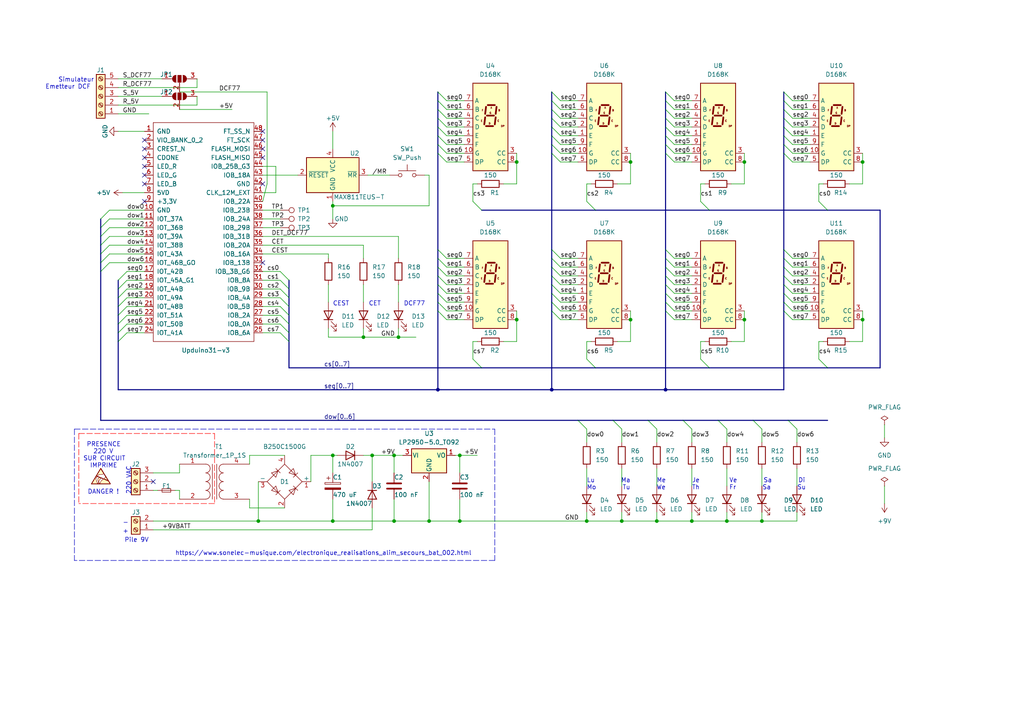
<source format=kicad_sch>
(kicad_sch (version 20211123) (generator eeschema)
  (paper "A4")
  (title_block (title "Ouah ! (Oh ! Une Autre Horloge)") (date "2023-06-26") (rev "1") (company "Jacques Ehrlich") (comment 1 "En cas de choc électrique, le concepteur dégage toute responsabilité") (comment 2 "ATTENTION DANGER PRESENCE DE 220 V SUR LA CARTE.") (comment 3 "Le signal DCF77 provient d'une antenne et d'un démodulateur externes") (comment 4 "Décodeur et afficheur signaux DCF77 sur FPGA Lattice") (comment 5 "Carte expérimentale impropre à la commercialisation"))
  (junction (at 96.52 151.13))
  (junction (at 127 113.03))
  (junction (at 149.86 46.99))
  (junction (at 124.46 151.13))
  (junction (at 210.82 151.13))
  (junction (at 114.3 132.08))
  (junction (at 250.19 92.71))
  (junction (at 170.18 151.13))
  (junction (at 220.98 151.13))
  (junction (at 105.41 97.79))
  (junction (at 160.02 113.03))
  (junction (at 149.86 92.71))
  (junction (at 133.35 151.13))
  (junction (at 182.88 46.99))
  (junction (at 190.5 151.13))
  (junction (at 96.52 132.08))
  (junction (at 133.35 132.08))
  (junction (at 74.93 151.13))
  (junction (at 115.57 97.79))
  (junction (at 215.9 92.71))
  (junction (at 200.66 151.13))
  (junction (at 114.3 151.13))
  (junction (at 180.34 151.13))
  (junction (at 193.04 113.03))
  (junction (at 96.52 59.69))
  (junction (at 250.19 46.99))
  (junction (at 182.88 92.71))
  (junction (at 107.95 132.08))
  (junction (at 215.9 46.99))
  (no_connect (at 41.91 40.64))
  (no_connect (at 41.91 43.18))
  (no_connect (at 41.91 45.72))
  (no_connect (at 41.91 48.26))
  (no_connect (at 41.91 50.8))
  (no_connect (at 41.91 53.34))
  (no_connect (at 44.45 139.7))
  (no_connect (at 76.2 38.1))
  (no_connect (at 76.2 40.64))
  (no_connect (at 76.2 43.18))
  (no_connect (at 76.2 45.72))
  (no_connect (at 41.91 58.42))
  (no_connect (at 76.2 76.2))
  (no_connect (at 76.2 53.34))
  (bus_entry (at 81.28 78.74) (size 2.54 2.54))
  (bus_entry (at 29.21 68.58) (size 2.54 -2.54))
  (bus_entry (at 203.2 58.42) (size 2.54 2.54))
  (bus_entry (at 227.33 31.75) (size 2.54 2.54))
  (bus_entry (at 227.33 85.09) (size 2.54 2.54))
  (bus_entry (at 160.02 74.93) (size 2.54 2.54))
  (bus_entry (at 227.33 36.83) (size 2.54 2.54))
  (bus_entry (at 137.16 104.14) (size 2.54 2.54))
  (bus_entry (at 193.04 74.93) (size 2.54 2.54))
  (bus_entry (at 160.02 82.55) (size 2.54 2.54))
  (bus_entry (at 193.04 34.29) (size 2.54 2.54))
  (bus_entry (at 227.33 77.47) (size 2.54 2.54))
  (bus_entry (at 193.04 90.17) (size 2.54 2.54))
  (bus_entry (at 227.33 39.37) (size 2.54 2.54))
  (bus_entry (at 193.04 80.01) (size 2.54 2.54))
  (bus_entry (at 34.29 81.28) (size 2.54 -2.54))
  (bus_entry (at 81.28 96.52) (size 2.54 2.54))
  (bus_entry (at 193.04 26.67) (size 2.54 2.54))
  (bus_entry (at 160.02 26.67) (size 2.54 2.54))
  (bus_entry (at 227.33 44.45) (size 2.54 2.54))
  (bus_entry (at 34.29 86.36) (size 2.54 -2.54))
  (bus_entry (at 193.04 39.37) (size 2.54 2.54))
  (bus_entry (at 193.04 31.75) (size 2.54 2.54))
  (bus_entry (at 193.04 41.91) (size 2.54 2.54))
  (bus_entry (at 160.02 80.01) (size 2.54 2.54))
  (bus_entry (at 34.29 96.52) (size 2.54 -2.54))
  (bus_entry (at 81.28 93.98) (size 2.54 2.54))
  (bus_entry (at 160.02 29.21) (size 2.54 2.54))
  (bus_entry (at 137.16 58.42) (size 2.54 2.54))
  (bus_entry (at 81.28 81.28) (size 2.54 2.54))
  (bus_entry (at 227.33 29.21) (size 2.54 2.54))
  (bus_entry (at 237.49 104.14) (size 2.54 2.54))
  (bus_entry (at 227.33 34.29) (size 2.54 2.54))
  (bus_entry (at 81.28 86.36) (size 2.54 2.54))
  (bus_entry (at 193.04 82.55) (size 2.54 2.54))
  (bus_entry (at 170.18 58.42) (size 2.54 2.54))
  (bus_entry (at 227.33 82.55) (size 2.54 2.54))
  (bus_entry (at 170.18 104.14) (size 2.54 2.54))
  (bus_entry (at 160.02 34.29) (size 2.54 2.54))
  (bus_entry (at 34.29 99.06) (size 2.54 -2.54))
  (bus_entry (at 227.33 74.93) (size 2.54 2.54))
  (bus_entry (at 34.29 91.44) (size 2.54 -2.54))
  (bus_entry (at 81.28 88.9) (size 2.54 2.54))
  (bus_entry (at 193.04 72.39) (size 2.54 2.54))
  (bus_entry (at 227.33 87.63) (size 2.54 2.54))
  (bus_entry (at 29.21 76.2) (size 2.54 -2.54))
  (bus_entry (at 203.2 104.14) (size 2.54 2.54))
  (bus_entry (at 193.04 77.47) (size 2.54 2.54))
  (bus_entry (at 160.02 85.09) (size 2.54 2.54))
  (bus_entry (at 34.29 93.98) (size 2.54 -2.54))
  (bus_entry (at 160.02 90.17) (size 2.54 2.54))
  (bus_entry (at 193.04 44.45) (size 2.54 2.54))
  (bus_entry (at 160.02 31.75) (size 2.54 2.54))
  (bus_entry (at 198.12 121.92) (size 2.54 2.54))
  (bus_entry (at 208.28 121.92) (size 2.54 2.54))
  (bus_entry (at 187.96 121.92) (size 2.54 2.54))
  (bus_entry (at 177.8 121.92) (size 2.54 2.54))
  (bus_entry (at 167.64 121.92) (size 2.54 2.54))
  (bus_entry (at 218.44 121.92) (size 2.54 2.54))
  (bus_entry (at 228.6 121.92) (size 2.54 2.54))
  (bus_entry (at 160.02 39.37) (size 2.54 2.54))
  (bus_entry (at 29.21 78.74) (size 2.54 -2.54))
  (bus_entry (at 193.04 87.63) (size 2.54 2.54))
  (bus_entry (at 160.02 36.83) (size 2.54 2.54))
  (bus_entry (at 227.33 26.67) (size 2.54 2.54))
  (bus_entry (at 34.29 88.9) (size 2.54 -2.54))
  (bus_entry (at 227.33 80.01) (size 2.54 2.54))
  (bus_entry (at 227.33 41.91) (size 2.54 2.54))
  (bus_entry (at 193.04 29.21) (size 2.54 2.54))
  (bus_entry (at 29.21 66.04) (size 2.54 -2.54))
  (bus_entry (at 227.33 90.17) (size 2.54 2.54))
  (bus_entry (at 160.02 41.91) (size 2.54 2.54))
  (bus_entry (at 160.02 44.45) (size 2.54 2.54))
  (bus_entry (at 160.02 72.39) (size 2.54 2.54))
  (bus_entry (at 160.02 87.63) (size 2.54 2.54))
  (bus_entry (at 193.04 36.83) (size 2.54 2.54))
  (bus_entry (at 29.21 71.12) (size 2.54 -2.54))
  (bus_entry (at 127 29.21) (size 2.54 2.54))
  (bus_entry (at 127 26.67) (size 2.54 2.54))
  (bus_entry (at 127 34.29) (size 2.54 2.54))
  (bus_entry (at 127 36.83) (size 2.54 2.54))
  (bus_entry (at 127 31.75) (size 2.54 2.54))
  (bus_entry (at 127 39.37) (size 2.54 2.54))
  (bus_entry (at 127 41.91) (size 2.54 2.54))
  (bus_entry (at 127 44.45) (size 2.54 2.54))
  (bus_entry (at 227.33 72.39) (size 2.54 2.54))
  (bus_entry (at 29.21 63.5) (size 2.54 -2.54))
  (bus_entry (at 237.49 58.42) (size 2.54 2.54))
  (bus_entry (at 127 72.39) (size 2.54 2.54))
  (bus_entry (at 127 74.93) (size 2.54 2.54))
  (bus_entry (at 127 77.47) (size 2.54 2.54))
  (bus_entry (at 127 80.01) (size 2.54 2.54))
  (bus_entry (at 127 90.17) (size 2.54 2.54))
  (bus_entry (at 127 87.63) (size 2.54 2.54))
  (bus_entry (at 127 85.09) (size 2.54 2.54))
  (bus_entry (at 127 82.55) (size 2.54 2.54))
  (bus_entry (at 81.28 91.44) (size 2.54 2.54))
  (bus_entry (at 34.29 83.82) (size 2.54 -2.54))
  (bus_entry (at 160.02 77.47) (size 2.54 2.54))
  (bus_entry (at 81.28 83.82) (size 2.54 2.54))
  (bus_entry (at 193.04 85.09) (size 2.54 2.54))
  (bus_entry (at 29.21 73.66) (size 2.54 -2.54))
  (wire (pts (xy 162.56 46.99) (xy 167.64 46.99)))
  (wire (pts (xy 95.25 73.66) (xy 95.25 74.93)))
  (wire (pts (xy 129.54 92.71) (xy 134.62 92.71)))
  (bus (pts (xy 198.12 121.92) (xy 208.28 121.92)))
  (bus (pts (xy 127 36.83) (xy 127 39.37)))
  (bus (pts (xy 227.33 74.93) (xy 227.33 77.47)))
  (bus (pts (xy 127 44.45) (xy 127 72.39)))
  (wire (pts (xy 137.16 53.34) (xy 137.16 58.42)))
  (bus (pts (xy 83.82 83.82) (xy 83.82 86.36)))
  (wire (pts (xy 76.2 48.26) (xy 80.01 48.26)))
  (wire (pts (xy 36.83 86.36) (xy 41.91 86.36)))
  (wire (pts (xy 129.54 36.83) (xy 134.62 36.83)))
  (bus (pts (xy 227.33 31.75) (xy 227.33 34.29)))
  (bus (pts (xy 160.02 90.17) (xy 160.02 113.03)))
  (bus (pts (xy 83.82 81.28) (xy 83.82 83.82)))
  (wire (pts (xy 115.57 68.58) (xy 115.57 74.93)))
  (wire (pts (xy 76.2 63.5) (xy 81.28 63.5)))
  (wire (pts (xy 182.88 44.45) (xy 182.88 46.99)))
  (wire (pts (xy 76.2 78.74) (xy 81.28 78.74)))
  (wire (pts (xy 74.93 139.7) (xy 74.93 151.13)))
  (wire (pts (xy 195.58 44.45) (xy 200.66 44.45)))
  (wire (pts (xy 105.41 71.12) (xy 105.41 74.93)))
  (wire (pts (xy 170.18 151.13) (xy 180.34 151.13)))
  (bus (pts (xy 83.82 93.98) (xy 83.82 96.52)))
  (wire (pts (xy 162.56 80.01) (xy 167.64 80.01)))
  (wire (pts (xy 162.56 36.83) (xy 167.64 36.83)))
  (bus (pts (xy 34.29 91.44) (xy 34.29 93.98)))
  (wire (pts (xy 129.54 74.93) (xy 134.62 74.93)))
  (wire (pts (xy 107.95 132.08) (xy 114.3 132.08)))
  (wire (pts (xy 229.87 87.63) (xy 234.95 87.63)))
  (polyline (pts (xy 22.86 125.73) (xy 22.86 146.05)) (stroke (width 0) (color 255 0 0 1)))
  (wire (pts (xy 31.75 66.04) (xy 41.91 66.04)))
  (wire (pts (xy 237.49 53.34) (xy 237.49 58.42)))
  (bus (pts (xy 160.02 77.47) (xy 160.02 80.01)))
  (wire (pts (xy 203.2 53.34) (xy 204.47 53.34)))
  (bus (pts (xy 127 77.47) (xy 127 80.01)))
  (wire (pts (xy 170.18 99.06) (xy 171.45 99.06)))
  (wire (pts (xy 76.2 86.36) (xy 81.28 86.36)))
  (bus (pts (xy 83.82 86.36) (xy 83.82 88.9)))
  (bus (pts (xy 193.04 44.45) (xy 193.04 72.39)))
  (wire (pts (xy 129.54 90.17) (xy 134.62 90.17)))
  (bus (pts (xy 29.21 66.04) (xy 29.21 68.58)))
  (wire (pts (xy 250.19 90.17) (xy 250.19 92.71)))
  (wire (pts (xy 229.87 85.09) (xy 234.95 85.09)))
  (wire (pts (xy 31.75 73.66) (xy 41.91 73.66)))
  (wire (pts (xy 105.41 97.79) (xy 115.57 97.79)))
  (wire (pts (xy 34.29 27.94) (xy 46.99 27.94)))
  (wire (pts (xy 220.98 151.13) (xy 231.14 151.13)))
  (wire (pts (xy 231.14 124.46) (xy 231.14 128.27)))
  (bus (pts (xy 83.82 96.52) (xy 83.82 99.06)))
  (bus (pts (xy 127 87.63) (xy 127 90.17)))
  (wire (pts (xy 31.75 68.58) (xy 41.91 68.58)))
  (wire (pts (xy 256.54 140.97) (xy 256.54 146.05)))
  (wire (pts (xy 115.57 82.55) (xy 115.57 87.63)))
  (wire (pts (xy 52.07 31.75) (xy 67.31 31.75)))
  (bus (pts (xy 160.02 72.39) (xy 160.02 74.93)))
  (wire (pts (xy 77.47 26.67) (xy 77.47 53.34)))
  (wire (pts (xy 162.56 77.47) (xy 167.64 77.47)))
  (wire (pts (xy 129.54 39.37) (xy 134.62 39.37)))
  (wire (pts (xy 44.45 142.24) (xy 45.72 142.24)))
  (wire (pts (xy 129.54 80.01) (xy 134.62 80.01)))
  (wire (pts (xy 149.86 53.34) (xy 149.86 46.99)))
  (wire (pts (xy 36.83 78.74) (xy 41.91 78.74)))
  (wire (pts (xy 35.56 55.88) (xy 41.91 55.88)))
  (wire (pts (xy 229.87 74.93) (xy 234.95 74.93)))
  (wire (pts (xy 195.58 46.99) (xy 200.66 46.99)))
  (wire (pts (xy 114.3 132.08) (xy 116.84 132.08)))
  (wire (pts (xy 229.87 77.47) (xy 234.95 77.47)))
  (wire (pts (xy 162.56 29.21) (xy 167.64 29.21)))
  (bus (pts (xy 172.72 106.68) (xy 205.74 106.68)))
  (wire (pts (xy 195.58 90.17) (xy 200.66 90.17)))
  (wire (pts (xy 52.07 26.67) (xy 77.47 26.67)))
  (wire (pts (xy 195.58 80.01) (xy 200.66 80.01)))
  (wire (pts (xy 129.54 77.47) (xy 134.62 77.47)))
  (bus (pts (xy 160.02 44.45) (xy 160.02 72.39)))
  (wire (pts (xy 107.95 132.08) (xy 107.95 139.7)))
  (wire (pts (xy 229.87 29.21) (xy 234.95 29.21)))
  (wire (pts (xy 162.56 87.63) (xy 167.64 87.63)))
  (wire (pts (xy 195.58 85.09) (xy 200.66 85.09)))
  (wire (pts (xy 229.87 46.99) (xy 234.95 46.99)))
  (bus (pts (xy 29.21 73.66) (xy 29.21 76.2)))
  (wire (pts (xy 237.49 99.06) (xy 238.76 99.06)))
  (wire (pts (xy 170.18 99.06) (xy 170.18 104.14)))
  (wire (pts (xy 124.46 59.69) (xy 96.52 59.69)))
  (bus (pts (xy 193.04 36.83) (xy 193.04 39.37)))
  (wire (pts (xy 215.9 99.06) (xy 215.9 92.71)))
  (wire (pts (xy 215.9 90.17) (xy 215.9 92.71)))
  (wire (pts (xy 229.87 80.01) (xy 234.95 80.01)))
  (wire (pts (xy 36.83 91.44) (xy 41.91 91.44)))
  (wire (pts (xy 80.01 55.88) (xy 80.01 48.26)))
  (wire (pts (xy 129.54 85.09) (xy 134.62 85.09)))
  (wire (pts (xy 114.3 151.13) (xy 124.46 151.13)))
  (wire (pts (xy 180.34 124.46) (xy 180.34 128.27)))
  (wire (pts (xy 203.2 99.06) (xy 204.47 99.06)))
  (wire (pts (xy 76.2 93.98) (xy 81.28 93.98)))
  (wire (pts (xy 34.29 22.86) (xy 46.99 22.86)))
  (wire (pts (xy 195.58 77.47) (xy 200.66 77.47)))
  (bus (pts (xy 83.82 106.68) (xy 139.7 106.68)))
  (wire (pts (xy 115.57 97.79) (xy 120.65 97.79)))
  (wire (pts (xy 200.66 124.46) (xy 200.66 128.27)))
  (bus (pts (xy 127 39.37) (xy 127 41.91)))
  (bus (pts (xy 227.33 39.37) (xy 227.33 41.91)))
  (bus (pts (xy 160.02 85.09) (xy 160.02 87.63)))
  (wire (pts (xy 115.57 95.25) (xy 115.57 97.79)))
  (wire (pts (xy 96.52 58.42) (xy 96.52 59.69)))
  (wire (pts (xy 76.2 55.88) (xy 80.01 55.88)))
  (wire (pts (xy 182.88 99.06) (xy 182.88 92.71)))
  (wire (pts (xy 149.86 99.06) (xy 149.86 92.71)))
  (bus (pts (xy 193.04 74.93) (xy 193.04 77.47)))
  (wire (pts (xy 229.87 92.71) (xy 234.95 92.71)))
  (bus (pts (xy 29.21 71.12) (xy 29.21 73.66)))
  (bus (pts (xy 187.96 121.92) (xy 198.12 121.92)))
  (wire (pts (xy 34.29 25.4) (xy 57.15 25.4)))
  (wire (pts (xy 96.52 59.69) (xy 96.52 63.5)))
  (wire (pts (xy 180.34 151.13) (xy 190.5 151.13)))
  (wire (pts (xy 129.54 34.29) (xy 134.62 34.29)))
  (wire (pts (xy 129.54 82.55) (xy 134.62 82.55)))
  (wire (pts (xy 162.56 85.09) (xy 167.64 85.09)))
  (wire (pts (xy 76.2 81.28) (xy 81.28 81.28)))
  (wire (pts (xy 170.18 124.46) (xy 170.18 128.27)))
  (wire (pts (xy 137.16 99.06) (xy 137.16 104.14)))
  (wire (pts (xy 212.09 99.06) (xy 215.9 99.06)))
  (wire (pts (xy 114.3 144.78) (xy 114.3 151.13)))
  (wire (pts (xy 203.2 53.34) (xy 203.2 58.42)))
  (wire (pts (xy 76.2 50.8) (xy 86.36 50.8)))
  (wire (pts (xy 200.66 148.59) (xy 200.66 151.13)))
  (bus (pts (xy 227.33 36.83) (xy 227.33 39.37)))
  (wire (pts (xy 95.25 95.25) (xy 95.25 97.79)))
  (bus (pts (xy 160.02 26.67) (xy 160.02 29.21)))
  (wire (pts (xy 195.58 82.55) (xy 200.66 82.55)))
  (wire (pts (xy 34.29 33.02) (xy 43.18 33.02)))
  (bus (pts (xy 205.74 60.96) (xy 240.03 60.96)))
  (bus (pts (xy 160.02 82.55) (xy 160.02 85.09)))
  (wire (pts (xy 31.75 71.12) (xy 41.91 71.12)))
  (wire (pts (xy 182.88 90.17) (xy 182.88 92.71)))
  (bus (pts (xy 193.04 39.37) (xy 193.04 41.91)))
  (bus (pts (xy 228.6 121.92) (xy 240.03 121.92)))
  (bus (pts (xy 127 41.91) (xy 127 44.45)))
  (bus (pts (xy 193.04 113.03) (xy 227.33 113.03)))
  (wire (pts (xy 132.08 132.08) (xy 133.35 132.08)))
  (wire (pts (xy 162.56 41.91) (xy 167.64 41.91)))
  (wire (pts (xy 76.2 71.12) (xy 105.41 71.12)))
  (bus (pts (xy 167.64 121.92) (xy 177.8 121.92)))
  (wire (pts (xy 250.19 53.34) (xy 250.19 46.99)))
  (wire (pts (xy 124.46 151.13) (xy 133.35 151.13)))
  (wire (pts (xy 96.52 144.78) (xy 96.52 151.13)))
  (wire (pts (xy 106.68 50.8) (xy 113.03 50.8)))
  (wire (pts (xy 237.49 99.06) (xy 237.49 104.14)))
  (bus (pts (xy 227.33 29.21) (xy 227.33 31.75)))
  (wire (pts (xy 162.56 31.75) (xy 167.64 31.75)))
  (wire (pts (xy 195.58 36.83) (xy 200.66 36.83)))
  (wire (pts (xy 210.82 148.59) (xy 210.82 151.13)))
  (polyline (pts (xy 143.51 124.46) (xy 143.51 162.56)))
  (bus (pts (xy 193.04 31.75) (xy 193.04 34.29)))
  (wire (pts (xy 129.54 87.63) (xy 134.62 87.63)))
  (bus (pts (xy 193.04 77.47) (xy 193.04 80.01)))
  (wire (pts (xy 129.54 46.99) (xy 134.62 46.99)))
  (bus (pts (xy 127 90.17) (xy 127 113.03)))
  (wire (pts (xy 76.2 88.9) (xy 81.28 88.9)))
  (bus (pts (xy 34.29 81.28) (xy 34.29 83.82)))
  (bus (pts (xy 34.29 96.52) (xy 34.29 99.06)))
  (wire (pts (xy 229.87 34.29) (xy 234.95 34.29)))
  (wire (pts (xy 162.56 90.17) (xy 167.64 90.17)))
  (wire (pts (xy 170.18 53.34) (xy 170.18 58.42)))
  (wire (pts (xy 36.83 83.82) (xy 41.91 83.82)))
  (wire (pts (xy 212.09 53.34) (xy 215.9 53.34)))
  (bus (pts (xy 160.02 41.91) (xy 160.02 44.45)))
  (bus (pts (xy 34.29 86.36) (xy 34.29 88.9)))
  (bus (pts (xy 193.04 72.39) (xy 193.04 74.93)))
  (wire (pts (xy 179.07 99.06) (xy 182.88 99.06)))
  (wire (pts (xy 105.41 132.08) (xy 107.95 132.08)))
  (bus (pts (xy 29.21 78.74) (xy 29.21 121.92)))
  (wire (pts (xy 210.82 135.89) (xy 210.82 140.97)))
  (bus (pts (xy 34.29 113.03) (xy 127 113.03)))
  (wire (pts (xy 76.2 96.52) (xy 81.28 96.52)))
  (wire (pts (xy 77.47 53.34) (xy 76.2 58.42)))
  (bus (pts (xy 227.33 72.39) (xy 227.33 74.93)))
  (wire (pts (xy 229.87 31.75) (xy 234.95 31.75)))
  (wire (pts (xy 114.3 132.08) (xy 114.3 137.16)))
  (bus (pts (xy 83.82 99.06) (xy 83.82 106.68)))
  (wire (pts (xy 210.82 124.46) (xy 210.82 128.27)))
  (wire (pts (xy 162.56 34.29) (xy 167.64 34.29)))
  (wire (pts (xy 44.45 153.67) (xy 107.95 153.67)))
  (bus (pts (xy 227.33 44.45) (xy 227.33 72.39)))
  (wire (pts (xy 195.58 74.93) (xy 200.66 74.93)))
  (wire (pts (xy 190.5 135.89) (xy 190.5 140.97)))
  (bus (pts (xy 127 72.39) (xy 127 74.93)))
  (wire (pts (xy 231.14 148.59) (xy 231.14 151.13)))
  (wire (pts (xy 129.54 41.91) (xy 134.62 41.91)))
  (polyline (pts (xy 22.86 125.73) (xy 62.23 125.73)) (stroke (width 0) (color 255 0 0 1)))
  (wire (pts (xy 180.34 148.59) (xy 180.34 151.13)))
  (wire (pts (xy 76.2 91.44) (xy 81.28 91.44)))
  (bus (pts (xy 127 29.21) (xy 127 31.75)))
  (wire (pts (xy 95.25 97.79) (xy 105.41 97.79)))
  (wire (pts (xy 76.2 73.66) (xy 95.25 73.66)))
  (bus (pts (xy 83.82 88.9) (xy 83.82 91.44)))
  (wire (pts (xy 76.2 83.82) (xy 81.28 83.82)))
  (wire (pts (xy 149.86 90.17) (xy 149.86 92.71)))
  (wire (pts (xy 36.83 96.52) (xy 41.91 96.52)))
  (wire (pts (xy 107.95 147.32) (xy 107.95 153.67)))
  (bus (pts (xy 255.27 60.96) (xy 255.27 106.68)))
  (bus (pts (xy 160.02 36.83) (xy 160.02 39.37)))
  (bus (pts (xy 193.04 34.29) (xy 193.04 36.83)))
  (bus (pts (xy 83.82 91.44) (xy 83.82 93.98)))
  (wire (pts (xy 129.54 31.75) (xy 134.62 31.75)))
  (wire (pts (xy 195.58 39.37) (xy 200.66 39.37)))
  (wire (pts (xy 195.58 31.75) (xy 200.66 31.75)))
  (wire (pts (xy 76.2 66.04) (xy 81.28 66.04)))
  (bus (pts (xy 193.04 87.63) (xy 193.04 90.17)))
  (wire (pts (xy 44.45 137.16) (xy 52.07 137.16)))
  (wire (pts (xy 200.66 151.13) (xy 210.82 151.13)))
  (bus (pts (xy 127 26.67) (xy 127 29.21)))
  (wire (pts (xy 229.87 36.83) (xy 234.95 36.83)))
  (wire (pts (xy 129.54 29.21) (xy 134.62 29.21)))
  (bus (pts (xy 218.44 121.92) (xy 228.6 121.92)))
  (wire (pts (xy 220.98 148.59) (xy 220.98 151.13)))
  (bus (pts (xy 172.72 60.96) (xy 205.74 60.96)))
  (bus (pts (xy 193.04 82.55) (xy 193.04 85.09)))
  (wire (pts (xy 250.19 44.45) (xy 250.19 46.99)))
  (wire (pts (xy 57.15 27.94) (xy 57.15 30.48)))
  (polyline (pts (xy 62.23 125.73) (xy 62.23 146.05)) (stroke (width 0) (color 255 0 0 1)))
  (bus (pts (xy 160.02 113.03) (xy 193.04 113.03)))
  (bus (pts (xy 227.33 80.01) (xy 227.33 82.55)))
  (bus (pts (xy 34.29 93.98) (xy 34.29 96.52)))
  (wire (pts (xy 95.25 82.55) (xy 95.25 87.63)))
  (wire (pts (xy 203.2 99.06) (xy 203.2 104.14)))
  (bus (pts (xy 29.21 68.58) (xy 29.21 71.12)))
  (wire (pts (xy 146.05 53.34) (xy 149.86 53.34)))
  (wire (pts (xy 133.35 151.13) (xy 170.18 151.13)))
  (bus (pts (xy 127 80.01) (xy 127 82.55)))
  (wire (pts (xy 90.17 132.08) (xy 96.52 132.08)))
  (wire (pts (xy 133.35 132.08) (xy 138.43 132.08)))
  (bus (pts (xy 160.02 31.75) (xy 160.02 34.29)))
  (bus (pts (xy 240.03 60.96) (xy 255.27 60.96)))
  (wire (pts (xy 229.87 90.17) (xy 234.95 90.17)))
  (wire (pts (xy 246.38 53.34) (xy 250.19 53.34)))
  (bus (pts (xy 160.02 80.01) (xy 160.02 82.55)))
  (wire (pts (xy 31.75 76.2) (xy 41.91 76.2)))
  (wire (pts (xy 105.41 97.79) (xy 105.41 95.25)))
  (bus (pts (xy 227.33 87.63) (xy 227.33 90.17)))
  (bus (pts (xy 29.21 76.2) (xy 29.21 78.74)))
  (wire (pts (xy 200.66 135.89) (xy 200.66 140.97)))
  (bus (pts (xy 160.02 113.03) (xy 127 113.03)))
  (polyline (pts (xy 21.59 124.46) (xy 21.59 162.56)))
  (bus (pts (xy 227.33 77.47) (xy 227.33 80.01)))
  (bus (pts (xy 227.33 41.91) (xy 227.33 44.45)))
  (bus (pts (xy 240.03 106.68) (xy 255.27 106.68)))
  (bus (pts (xy 227.33 82.55) (xy 227.33 85.09)))
  (wire (pts (xy 34.29 30.48) (xy 57.15 30.48)))
  (polyline (pts (xy 62.23 146.05) (xy 22.86 146.05)) (stroke (width 0) (color 255 0 0 1)))
  (bus (pts (xy 205.74 106.68) (xy 240.03 106.68)))
  (wire (pts (xy 72.39 134.62) (xy 72.39 132.08)))
  (bus (pts (xy 208.28 121.92) (xy 218.44 121.92)))
  (bus (pts (xy 160.02 34.29) (xy 160.02 36.83)))
  (bus (pts (xy 34.29 83.82) (xy 34.29 86.36)))
  (wire (pts (xy 231.14 135.89) (xy 231.14 140.97)))
  (wire (pts (xy 31.75 60.96) (xy 41.91 60.96)))
  (bus (pts (xy 127 85.09) (xy 127 87.63)))
  (wire (pts (xy 190.5 151.13) (xy 200.66 151.13)))
  (wire (pts (xy 180.34 135.89) (xy 180.34 140.97)))
  (bus (pts (xy 29.21 63.5) (xy 29.21 66.04)))
  (wire (pts (xy 162.56 44.45) (xy 167.64 44.45)))
  (bus (pts (xy 193.04 80.01) (xy 193.04 82.55)))
  (wire (pts (xy 162.56 74.93) (xy 167.64 74.93)))
  (wire (pts (xy 229.87 39.37) (xy 234.95 39.37)))
  (bus (pts (xy 227.33 90.17) (xy 227.33 113.03)))
  (bus (pts (xy 34.29 88.9) (xy 34.29 91.44)))
  (wire (pts (xy 31.75 63.5) (xy 41.91 63.5)))
  (bus (pts (xy 177.8 121.92) (xy 187.96 121.92)))
  (wire (pts (xy 162.56 92.71) (xy 167.64 92.71)))
  (bus (pts (xy 193.04 41.91) (xy 193.04 44.45)))
  (wire (pts (xy 195.58 29.21) (xy 200.66 29.21)))
  (wire (pts (xy 57.15 25.4) (xy 57.15 22.86)))
  (wire (pts (xy 162.56 39.37) (xy 167.64 39.37)))
  (wire (pts (xy 36.83 93.98) (xy 41.91 93.98)))
  (bus (pts (xy 127 31.75) (xy 127 34.29)))
  (polyline (pts (xy 21.59 124.46) (xy 143.51 124.46)))
  (wire (pts (xy 124.46 50.8) (xy 124.46 59.69)))
  (wire (pts (xy 229.87 82.55) (xy 234.95 82.55)))
  (wire (pts (xy 190.5 124.46) (xy 190.5 128.27)))
  (wire (pts (xy 72.39 147.32) (xy 82.55 147.32)))
  (bus (pts (xy 193.04 85.09) (xy 193.04 87.63)))
  (polyline (pts (xy 143.51 162.56) (xy 21.59 162.56)))
  (wire (pts (xy 137.16 99.06) (xy 138.43 99.06)))
  (wire (pts (xy 195.58 87.63) (xy 200.66 87.63)))
  (wire (pts (xy 133.35 132.08) (xy 133.35 137.16)))
  (wire (pts (xy 179.07 53.34) (xy 182.88 53.34)))
  (wire (pts (xy 215.9 44.45) (xy 215.9 46.99)))
  (wire (pts (xy 105.41 82.55) (xy 105.41 87.63)))
  (wire (pts (xy 96.52 132.08) (xy 97.79 132.08)))
  (bus (pts (xy 127 82.55) (xy 127 85.09)))
  (wire (pts (xy 90.17 139.7) (xy 90.17 132.08)))
  (bus (pts (xy 227.33 26.67) (xy 227.33 29.21)))
  (bus (pts (xy 227.33 85.09) (xy 227.33 87.63)))
  (wire (pts (xy 72.39 132.08) (xy 82.55 132.08)))
  (wire (pts (xy 146.05 99.06) (xy 149.86 99.06)))
  (bus (pts (xy 193.04 29.21) (xy 193.04 31.75)))
  (bus (pts (xy 193.04 26.67) (xy 193.04 29.21)))
  (wire (pts (xy 34.29 38.1) (xy 41.91 38.1)))
  (wire (pts (xy 129.54 44.45) (xy 134.62 44.45)))
  (wire (pts (xy 36.83 88.9) (xy 41.91 88.9)))
  (wire (pts (xy 210.82 151.13) (xy 220.98 151.13)))
  (bus (pts (xy 34.29 99.06) (xy 34.29 113.03)))
  (wire (pts (xy 215.9 53.34) (xy 215.9 46.99)))
  (bus (pts (xy 160.02 87.63) (xy 160.02 90.17)))
  (wire (pts (xy 96.52 38.1) (xy 96.52 43.18)))
  (wire (pts (xy 137.16 53.34) (xy 138.43 53.34)))
  (wire (pts (xy 246.38 99.06) (xy 250.19 99.06)))
  (bus (pts (xy 193.04 90.17) (xy 193.04 113.03)))
  (wire (pts (xy 50.8 142.24) (xy 52.07 142.24)))
  (wire (pts (xy 195.58 41.91) (xy 200.66 41.91)))
  (wire (pts (xy 36.83 81.28) (xy 41.91 81.28)))
  (wire (pts (xy 256.54 123.19) (xy 256.54 127)))
  (wire (pts (xy 237.49 53.34) (xy 238.76 53.34)))
  (bus (pts (xy 139.7 106.68) (xy 172.72 106.68)))
  (wire (pts (xy 229.87 41.91) (xy 234.95 41.91)))
  (bus (pts (xy 29.21 121.92) (xy 167.64 121.92)))
  (wire (pts (xy 250.19 99.06) (xy 250.19 92.71)))
  (wire (pts (xy 44.45 151.13) (xy 74.93 151.13)))
  (wire (pts (xy 76.2 68.58) (xy 115.57 68.58)))
  (wire (pts (xy 52.07 134.62) (xy 52.07 137.16)))
  (wire (pts (xy 74.93 151.13) (xy 96.52 151.13)))
  (bus (pts (xy 227.33 34.29) (xy 227.33 36.83)))
  (wire (pts (xy 190.5 148.59) (xy 190.5 151.13)))
  (wire (pts (xy 195.58 34.29) (xy 200.66 34.29)))
  (wire (pts (xy 170.18 53.34) (xy 171.45 53.34)))
  (wire (pts (xy 124.46 139.7) (xy 124.46 151.13)))
  (wire (pts (xy 195.58 92.71) (xy 200.66 92.71)))
  (bus (pts (xy 127 34.29) (xy 127 36.83)))
  (wire (pts (xy 220.98 135.89) (xy 220.98 140.97)))
  (wire (pts (xy 76.2 60.96) (xy 81.28 60.96)))
  (wire (pts (xy 149.86 44.45) (xy 149.86 46.99)))
  (wire (pts (xy 96.52 132.08) (xy 96.52 137.16)))
  (bus (pts (xy 160.02 39.37) (xy 160.02 41.91)))
  (bus (pts (xy 160.02 74.93) (xy 160.02 77.47)))
  (wire (pts (xy 52.07 142.24) (xy 52.07 144.78)))
  (wire (pts (xy 229.87 44.45) (xy 234.95 44.45)))
  (wire (pts (xy 170.18 148.59) (xy 170.18 151.13)))
  (wire (pts (xy 220.98 124.46) (xy 220.98 128.27)))
  (wire (pts (xy 133.35 144.78) (xy 133.35 151.13)))
  (wire (pts (xy 123.19 50.8) (xy 124.46 50.8)))
  (bus (pts (xy 139.7 60.96) (xy 172.72 60.96)))
  (wire (pts (xy 170.18 135.89) (xy 170.18 140.97)))
  (bus (pts (xy 127 74.93) (xy 127 77.47)))
  (wire (pts (xy 96.52 151.13) (xy 114.3 151.13)))
  (wire (pts (xy 182.88 53.34) (xy 182.88 46.99)))
  (bus (pts (xy 160.02 29.21) (xy 160.02 31.75)))
  (wire (pts (xy 72.39 144.78) (xy 72.39 147.32)))
  (wire (pts (xy 162.56 82.55) (xy 167.64 82.55)))
  (text "Simulateur\nEmetteur DCF " (at 27.305 26.035 180) (effects (font (size 1.27 1.27)) (justify right bottom)))
  (text "DANGER !" (at 25.4 143.51 0) (effects (font (size 1.27 1.27)) (justify left bottom)))
  (text " PRESENCE\n   220 V\nSUR CIRCUIT\n  IMPRIME" (at 24.13 135.89 0) (effects (font (size 1.27 1.27)) (justify left bottom)))
  (text "-" (at 35.56 152.4 0) (effects (font (size 1.27 1.27)) (justify left bottom)))
  (text "https://www.sonelec-musique.com/electronique_realisations_alim_secours_bat_002.html" (at 50.8 161.29 0) (effects (font (size 1.27 1.27)) (justify left bottom)))
  (text "Pile 9V" (at 43.18 157.48 180) (effects (font (size 1.27 1.27)) (justify right bottom)))
  (text "220 VAC" (at 38.1 143.51 90) (effects (font (size 1.27 1.27)) (justify left bottom)))
  (text "+" (at 35.56 154.94 0) (effects (font (size 1.27 1.27)) (justify left bottom)))
  (text "CEST      CET       DCF77" (at 96.52 88.9 0) (effects (font (size 1.27 1.27)) (justify left bottom)))
  (text "Lu        Ma        Me        Je         Ve        Sa        Di\nMo        Tu        We        Th         Fr        Sa        Su" (at 170.18 142.24 0) (effects (font (size 1.27 1.27)) (justify left bottom)))
  (label "seg2" (at 195.58 34.29 0))
  (label "seg0" (at 162.56 29.21 0))
  (label "seg0" (at 229.87 29.21 0))
  (label "S_DCF77" (at 35.56 22.86 0))
  (label "dow[0..6]" (at 93.98 121.92 0))
  (label "cs1" (at 203.2 57.15 0))
  (label "GND" (at 110.49 97.79 0))
  (label "cs3" (at 137.16 57.15 0))
  (label "TP1" (at 78.74 60.96 0))
  (label "dow0" (at 36.83 60.96 0))
  (label "seg4" (at 195.58 39.37 0))
  (label "seg0" (at 36.83 78.74 0))
  (label "dow1" (at 36.83 63.5 0))
  (label "cs2" (at 170.18 57.15 0))
  (label "seg5" (at 129.54 41.91 0))
  (label "seg2" (at 195.58 80.01 0))
  (label "seg5" (at 129.54 87.63 0))
  (label "dow3" (at 36.83 68.58 0))
  (label "CEST" (at 78.74 73.66 0))
  (label "seg2" (at 229.87 80.01 0))
  (label "seg0" (at 129.54 74.93 0))
  (label "seg4" (at 129.54 39.37 0))
  (label "cs5" (at 77.47 91.44 0))
  (label "cs7" (at 77.47 96.52 0))
  (label "seg3" (at 162.56 82.55 0))
  (label "seg1" (at 162.56 31.75 0))
  (label "seg6" (at 229.87 90.17 0))
  (label "seg0" (at 229.87 74.93 0))
  (label "seg[0..7]" (at 93.98 113.03 0))
  (label "seg2" (at 162.56 34.29 0))
  (label "seg5" (at 229.87 87.63 0))
  (label "seg7" (at 162.56 46.99 0))
  (label "seg4" (at 229.87 39.37 0))
  (label "seg2" (at 129.54 80.01 0))
  (label "seg0" (at 195.58 74.93 0))
  (label "dow6" (at 231.14 127 0))
  (label "R_5V" (at 35.56 30.48 0))
  (label "seg3" (at 129.54 82.55 0))
  (label "dow1" (at 180.34 127 0))
  (label "cs3" (at 77.47 86.36 0))
  (label "seg6" (at 229.87 44.45 0))
  (label "seg0" (at 195.58 29.21 0))
  (label "dow0" (at 170.18 127 0))
  (label "dow4" (at 210.82 127 0))
  (label "dow4" (at 36.83 71.12 0))
  (label "cs[0..7]" (at 93.98 106.68 0))
  (label "DET_DCF77" (at 78.74 68.58 0))
  (label "+9V" (at 110.49 132.08 0))
  (label "dow2" (at 190.5 127 0))
  (label "cs0" (at 77.47 78.74 0))
  (label "cs2" (at 77.47 83.82 0))
  (label "TP2" (at 78.74 63.5 0))
  (label "seg5" (at 195.58 87.63 0))
  (label "cs1" (at 77.47 81.28 0))
  (label "seg6" (at 162.56 90.17 0))
  (label "seg5" (at 229.87 41.91 0))
  (label "seg1" (at 129.54 77.47 0))
  (label "{slash}MR" (at 107.95 50.8 0))
  (label "cs4" (at 77.47 88.9 0))
  (label "S_5V" (at 35.56 27.94 0))
  (label "seg6" (at 129.54 90.17 0))
  (label "seg1" (at 129.54 31.75 0))
  (label "cs7" (at 137.16 102.87 0))
  (label "seg7" (at 129.54 46.99 0))
  (label "seg3" (at 195.58 36.83 0))
  (label "seg1" (at 162.56 77.47 0))
  (label "seg3" (at 36.83 86.36 0))
  (label "R_DCF77" (at 35.56 25.4 0))
  (label "seg4" (at 162.56 39.37 0))
  (label "+5V" (at 134.62 132.08 0))
  (label "seg2" (at 162.56 80.01 0))
  (label "seg4" (at 36.83 88.9 0))
  (label "seg4" (at 229.87 85.09 0))
  (label "seg3" (at 229.87 82.55 0))
  (label "dow6" (at 36.83 76.2 0))
  (label "seg3" (at 229.87 36.83 0))
  (label "seg1" (at 195.58 31.75 0))
  (label "seg0" (at 162.56 74.93 0))
  (label "seg5" (at 162.56 41.91 0))
  (label "seg1" (at 195.58 77.47 0))
  (label "seg4" (at 129.54 85.09 0))
  (label "seg7" (at 36.83 96.52 0))
  (label "GND" (at 163.83 151.13 0))
  (label "seg7" (at 229.87 92.71 0))
  (label "seg2" (at 36.83 83.82 0))
  (label "seg7" (at 195.58 92.71 0))
  (label "seg4" (at 195.58 85.09 0))
  (label "cs6" (at 170.18 102.87 0))
  (label "+5V" (at 63.5 31.75 0))
  (label "seg5" (at 195.58 41.91 0))
  (label "seg1" (at 229.87 31.75 0))
  (label "DCF77" (at 63.5 26.67 0))
  (label "seg6" (at 162.56 44.45 0))
  (label "cs6" (at 77.47 93.98 0))
  (label "seg2" (at 129.54 34.29 0))
  (label "seg7" (at 195.58 46.99 0))
  (label "dow2" (at 36.83 66.04 0))
  (label "seg6" (at 195.58 90.17 0))
  (label "+9VBATT" (at 46.99 153.67 0))
  (label "cs0" (at 237.49 57.15 0))
  (label "seg2" (at 229.87 34.29 0))
  (label "seg6" (at 129.54 44.45 0))
  (label "dow5" (at 220.98 127 0))
  (label "seg3" (at 162.56 36.83 0))
  (label "CET" (at 78.74 71.12 0))
  (label "seg6" (at 36.83 93.98 0))
  (label "seg7" (at 129.54 92.71 0))
  (label "seg6" (at 195.58 44.45 0))
  (label "seg7" (at 229.87 46.99 0))
  (label "seg1" (at 229.87 77.47 0))
  (label "cs5" (at 203.2 102.87 0))
  (label "cs4" (at 237.49 102.87 0))
  (label "seg5" (at 162.56 87.63 0))
  (label "seg1" (at 36.83 81.28 0))
  (label "GND" (at 35.56 33.02 0))
  (label "dow5" (at 36.83 73.66 0))
  (label "seg3" (at 129.54 36.83 0))
  (label "dow3" (at 200.66 127 0))
  (label "seg5" (at 36.83 91.44 0))
  (label "seg7" (at 162.56 92.71 0))
  (label "seg4" (at 162.56 85.09 0))
  (label "seg0" (at 129.54 29.21 0))
  (label "TP3" (at 78.74 66.04 0))
  (label "seg3" (at 195.58 82.55 0))
  (symbol (lib_id "Device:Transformer_1P_1S") (at 62.23 139.7 0) (unit 1)
    (property "Reference" "T1" (at 63.5 129.54 0))
    (property "Value" "Transformer_1P_1S" (at 62.2427 132.08 0))
    (property "Footprint" "Library:Transformer_CHK_EI30-2VA_1xSec_RevEHR" (effects hide))
  )
  (symbol (lib_id "Device:R") (at 105.41 78.74 0) (unit 1)
    (property "Reference" "R17" (at 107.95 77.4699 0) (effects (justify left)))
    (property "Value" "150" (at 107.95 80.0099 0) (effects (justify left)))
    (property "Footprint" "Resistor_THT:R_Axial_DIN0207_L6.3mm_D2.5mm_P2.54mm_Vertical" (effects hide))
  )
  (symbol (lib_id "Jumper:SolderJumper_3_Open") (at 52.07 27.94 0) (unit 1)
    (property "Reference" "JP2" (at 48.26 26.67 0))
    (property "Value" "SolderJumper_3_Open" (effects hide))
    (property "Footprint" "Jumper:SolderJumper-3_P1.3mm_Open_RoundedPad1.0x1.5mm_NumberLabels" (effects hide))
  )
  (symbol (lib_id "power:+9V") (at 256.54 146.05 180) (unit 1)
    (property "Reference" "#PWR0105" (effects hide))
    (property "Value" "+9V" (at 256.54 151.13 0))
  )
  (symbol (lib_id "Device:C") (at 133.35 140.97 180) (unit 1)
    (property "Reference" "C3" (at 133.35 138.43 0) (effects (justify right)))
    (property "Value" "100 nF" (at 133.35 143.51 0) (effects (justify right)))
    (property "Footprint" "Capacitor_THT:C_Rect_L7.2mm_W2.5mm_P5.00mm_FKS2_FKP2_MKS2_MKP2" (effects hide))
  )
  (symbol (lib_id "Connector:TestPoint") (at 81.28 66.04 270) (unit 1)
    (property "Reference" "TP3" (at 86.36 66.0399 90) (effects (justify left)))
    (property "Value" "TestPoint" (effects hide))
    (property "Footprint" "TestPoint:TestPoint_THTPad_3.0x3.0mm_Drill1.5mm" (effects hide))
  )
  (symbol (lib_id "Connector:TestPoint") (at 81.28 60.96 270) (unit 1)
    (property "Reference" "TP1" (at 86.36 60.9599 90) (effects (justify left)))
    (property "Value" "TestPoint" (effects hide))
    (property "Footprint" "TestPoint:TestPoint_THTPad_3.0x3.0mm_Drill1.5mm" (effects hide))
  )
  (symbol (lib_id "Display_Character:D168K") (at 175.26 82.55 0) (unit 1)
    (property "Reference" "U7" (at 175.26 64.77 0))
    (property "Value" "D168K" (at 175.26 67.31 0))
    (property "Footprint" "Library:D1X8K_RevEHR" (effects hide))
    (property "Datasheet" "https://ia800903.us.archive.org/24/items/CTKD1x8K/Cromatek%20D168K.pdf" (effects hide))
  )
  (symbol (lib_id "Device:LED") (at 200.66 144.78 90) (unit 1)
    (property "Reference" "D7" (at 204.47 145.0974 90) (effects (justify right)))
    (property "Value" "LED" (at 204.47 147.6374 90) (effects (justify right)))
    (property "Footprint" "LED_THT:LED_D5.0mm" (effects hide))
  )
  (symbol (lib_id "power:PWR_FLAG") (at 256.54 123.19 0) (unit 1)
    (property "Reference" "#FLG0101" (effects hide))
    (property "Value" "PWR_FLAG" (at 256.54 118.11 0))
  )
  (symbol (lib_id "power:PWR_FLAG") (at 256.54 140.97 0) (unit 1)
    (property "Reference" "#FLG0103" (effects hide))
    (property "Value" "PWR_FLAG" (at 256.54 135.89 0))
  )
  (symbol (lib_id "Device:R") (at 231.14 132.08 0) (unit 1)
    (property "Reference" "R13" (at 233.68 130.8099 0) (effects (justify left)))
    (property "Value" "150" (at 233.68 133.3499 0) (effects (justify left)))
    (property "Footprint" "Resistor_THT:R_Axial_DIN0207_L6.3mm_D2.5mm_P2.54mm_Vertical" (effects hide))
  )
  (symbol (lib_id "Display_Character:D168K") (at 142.24 82.55 0) (unit 1)
    (property "Reference" "U5" (at 142.24 64.77 0))
    (property "Value" "D168K" (at 142.24 67.31 0))
    (property "Footprint" "Library:D1X8K_RevEHR" (effects hide))
    (property "Datasheet" "https://ia800903.us.archive.org/24/items/CTKD1x8K/Cromatek%20D168K.pdf" (effects hide))
  )
  (symbol (lib_id "Device:Fuse_Small") (at 48.26 142.24 0) (unit 1)
    (property "Reference" "F1" (at 48.26 140.97 0))
    (property "Value" "Fuse_Small" (effects hide))
    (property "Footprint" "Fuse:Fuseholder_TR5_Littelfuse_No560_No460" (effects hide))
  )
  (symbol (lib_id "Device:LED") (at 115.57 91.44 90) (unit 1)
    (property "Reference" "D13" (at 119.38 91.7574 90) (effects (justify right)))
    (property "Value" "LED" (at 119.38 94.2974 90) (effects (justify right)))
    (property "Footprint" "LED_THT:LED_D5.0mm" (effects hide))
  )
  (symbol (lib_id "Graphic:SYM_ESD_Small") (at 29.21 138.43 0) (unit 1)
    (property "Reference" "#SYM1" (effects hide))
    (property "Value" "SYM_ESD_Small" (effects hide))
  )
  (symbol (lib_id "Connector:Screw_Terminal_01x05") (at 29.21 27.94 180) (unit 1)
    (property "Reference" "J1" (at 29.21 20.32 0))
    (property "Value" "Screw_Terminal_01x05" (effects hide))
    (property "Footprint" "TerminalBlock:TerminalBlock_bornier-5_P5.08mm" (effects hide))
  )
  (symbol (lib_id "Device:R") (at 242.57 53.34 90) (unit 1)
    (property "Reference" "R14" (at 243.84 55.88 90))
    (property "Value" "150" (at 242.57 50.8 90))
    (property "Footprint" "Resistor_THT:R_Axial_DIN0207_L6.3mm_D2.5mm_P7.62mm_Horizontal" (effects hide))
  )
  (symbol (lib_id "Device:R") (at 210.82 132.08 0) (unit 1)
    (property "Reference" "R11" (at 213.36 130.8099 0) (effects (justify left)))
    (property "Value" "150" (at 213.36 133.3499 0) (effects (justify left)))
    (property "Footprint" "Resistor_THT:R_Axial_DIN0207_L6.3mm_D2.5mm_P2.54mm_Vertical" (effects hide))
  )
  (symbol (lib_id "Device:R") (at 242.57 99.06 90) (unit 1)
    (property "Reference" "R15" (at 243.84 101.6 90))
    (property "Value" "150" (at 242.57 96.52 90))
    (property "Footprint" "Resistor_THT:R_Axial_DIN0207_L6.3mm_D2.5mm_P7.62mm_Horizontal" (effects hide))
  )
  (symbol (lib_id "Display_Character:D168K") (at 242.57 36.83 0) (unit 1)
    (property "Reference" "U10" (at 242.57 19.05 0))
    (property "Value" "D168K" (at 242.57 21.59 0))
    (property "Footprint" "Library:D1X8K_RevEHR" (effects hide))
    (property "Datasheet" "https://ia800903.us.archive.org/24/items/CTKD1x8K/Cromatek%20D168K.pdf" (effects hide))
  )
  (symbol (lib_id "Device:R") (at 95.25 78.74 0) (unit 1)
    (property "Reference" "R16" (at 97.79 77.4699 0) (effects (justify left)))
    (property "Value" "150" (at 97.79 80.0099 0) (effects (justify left)))
    (property "Footprint" "Resistor_THT:R_Axial_DIN0207_L6.3mm_D2.5mm_P2.54mm_Vertical" (effects hide))
  )
  (symbol (lib_id "Device:LED") (at 231.14 144.78 90) (unit 1)
    (property "Reference" "D10" (at 234.95 145.0974 90) (effects (justify right)))
    (property "Value" "LED" (at 234.95 147.6374 90) (effects (justify right)))
    (property "Footprint" "LED_THT:LED_D5.0mm" (effects hide))
  )
  (symbol (lib_id "Device:R") (at 190.5 132.08 0) (unit 1)
    (property "Reference" "R7" (at 193.04 130.8099 0) (effects (justify left)))
    (property "Value" "150" (at 193.04 133.3499 0) (effects (justify left)))
    (property "Footprint" "Resistor_THT:R_Axial_DIN0207_L6.3mm_D2.5mm_P2.54mm_Vertical" (effects hide))
  )
  (symbol (lib_id "Switch:SW_Push") (at 118.11 50.8 0) (unit 1)
    (property "Reference" "SW1" (at 118.11 43.18 0))
    (property "Value" "SW_Push" (at 118.11 45.72 0))
    (property "Footprint" "Button_Switch_THT:SW_PUSH_6mm" (effects hide))
  )
  (symbol (lib_id "Device:LED") (at 95.25 91.44 90) (unit 1)
    (property "Reference" "D11" (at 99.06 91.7574 90) (effects (justify right)))
    (property "Value" "LED" (at 99.06 94.2974 90) (effects (justify right)))
    (property "Footprint" "LED_THT:LED_D5.0mm" (effects hide))
  )
  (symbol (lib_id "Device:R") (at 180.34 132.08 0) (unit 1)
    (property "Reference" "R6" (at 182.88 130.8099 0) (effects (justify left)))
    (property "Value" "150" (at 182.88 133.3499 0) (effects (justify left)))
    (property "Footprint" "Resistor_THT:R_Axial_DIN0207_L6.3mm_D2.5mm_P2.54mm_Vertical" (effects hide))
  )
  (symbol (lib_id "power:GND") (at 96.52 63.5 0) (unit 1)
    (property "Reference" "#PWR0102" (effects hide))
    (property "Value" "GND" (at 99.06 63.5 0))
  )
  (symbol (lib_id "Jumper:SolderJumper_3_Open") (at 52.07 22.86 0) (unit 1)
    (property "Reference" "JP1" (at 48.26 21.59 0))
    (property "Value" "SolderJumper_3_Open" (effects hide))
    (property "Footprint" "Jumper:SolderJumper-3_P1.3mm_Open_RoundedPad1.0x1.5mm_NumberLabels" (effects hide))
  )
  (symbol (lib_id "Device:R") (at 115.57 78.74 0) (unit 1)
    (property "Reference" "R18" (at 118.11 77.4699 0) (effects (justify left)))
    (property "Value" "150" (at 118.11 80.0099 0) (effects (justify left)))
    (property "Footprint" "Resistor_THT:R_Axial_DIN0207_L6.3mm_D2.5mm_P2.54mm_Vertical" (effects hide))
  )
  (symbol (lib_id "Display_Character:D168K") (at 142.24 36.83 0) (unit 1)
    (property "Reference" "U4" (at 142.24 19.05 0))
    (property "Value" "D168K" (at 142.24 21.59 0))
    (property "Footprint" "Library:D1X8K_RevEHR" (effects hide))
    (property "Datasheet" "https://ia800903.us.archive.org/24/items/CTKD1x8K/Cromatek%20D168K.pdf" (effects hide))
  )
  (symbol (lib_id "Device:R") (at 175.26 53.34 90) (unit 1)
    (property "Reference" "R4" (at 176.53 55.88 90))
    (property "Value" "150" (at 175.26 50.8 90))
    (property "Footprint" "Resistor_THT:R_Axial_DIN0207_L6.3mm_D2.5mm_P7.62mm_Horizontal" (effects hide))
  )
  (symbol (lib_id "Diode:1N4007") (at 107.95 143.51 270) (unit 1)
    (property "Reference" "D3" (at 107.95 140.97 90) (effects (justify left)))
    (property "Value" "1N4007" (at 100.33 146.05 90) (effects (justify left)))
    (property "Footprint" "Diode_THT:D_DO-41_SOD81_P10.16mm_Horizontal" (effects hide))
    (property "Datasheet" "http://www.vishay.com/docs/88503/1n4001.pdf" (effects hide))
  )
  (symbol (lib_id "power:+5V") (at 96.52 38.1 0) (unit 1)
    (property "Reference" "#PWR0101" (effects hide))
    (property "Value" "+5V" (at 96.52 34.29 0))
  )
  (symbol (lib_id "power:GND") (at 256.54 127 0) (unit 1)
    (property "Reference" "#PWR0103" (effects hide))
    (property "Value" "GND" (at 256.54 132.08 0))
  )
  (symbol (lib_id "Display_Character:D168K") (at 208.28 82.55 0) (unit 1)
    (property "Reference" "U9" (at 208.28 64.77 0))
    (property "Value" "D168K" (at 208.28 67.31 0))
    (property "Footprint" "Library:D1X8K_RevEHR" (effects hide))
    (property "Datasheet" "https://ia800903.us.archive.org/24/items/CTKD1x8K/Cromatek%20D168K.pdf" (effects hide))
  )
  (symbol (lib_id "power:+5V") (at 35.56 55.88 90) (unit 1)
    (property "Reference" "#PWR0107" (effects hide))
    (property "Value" "+5V" (at 27.94 55.88 90) (effects (justify right)))
  )
  (symbol (lib_id "Diode:1N4007") (at 101.6 132.08 180) (unit 1)
    (property "Reference" "D2" (at 101.6 129.54 0))
    (property "Value" "1N4007" (at 101.6 134.62 0))
    (property "Footprint" "Diode_THT:D_DO-41_SOD81_P10.16mm_Horizontal" (effects hide))
    (property "Datasheet" "http://www.vishay.com/docs/88503/1n4001.pdf" (effects hide))
  )
  (symbol (lib_id "Device:R") (at 175.26 99.06 270) (unit 1)
    (property "Reference" "R5" (at 176.53 101.6 90))
    (property "Value" "150" (at 175.26 96.52 90))
    (property "Footprint" "Resistor_THT:R_Axial_DIN0207_L6.3mm_D2.5mm_P7.62mm_Horizontal" (effects hide))
  )
  (symbol (lib_id "Device:R") (at 208.28 53.34 90) (unit 1)
    (property "Reference" "R9" (at 209.55 55.88 90))
    (property "Value" "150" (at 208.28 50.8 90))
    (property "Footprint" "Resistor_THT:R_Axial_DIN0207_L6.3mm_D2.5mm_P7.62mm_Horizontal" (effects hide))
  )
  (symbol (lib_id "Device:R") (at 142.24 99.06 90) (unit 1)
    (property "Reference" "R2" (at 143.51 101.6 90))
    (property "Value" "150" (at 142.24 96.52 90))
    (property "Footprint" "Resistor_THT:R_Axial_DIN0207_L6.3mm_D2.5mm_P7.62mm_Horizontal" (effects hide))
  )
  (symbol (lib_id "Device:LED") (at 180.34 144.78 90) (unit 1)
    (property "Reference" "D5" (at 184.15 145.0974 90) (effects (justify right)))
    (property "Value" "LED" (at 184.15 147.6374 90) (effects (justify right)))
    (property "Footprint" "LED_THT:LED_D5.0mm" (effects hide))
  )
  (symbol (lib_id "Device:LED") (at 210.82 144.78 90) (unit 1)
    (property "Reference" "D8" (at 214.63 145.0974 90) (effects (justify right)))
    (property "Value" "LED" (at 214.63 147.6374 90) (effects (justify right)))
    (property "Footprint" "LED_THT:LED_D5.0mm" (effects hide))
  )
  (symbol (lib_id "Regulator_Linear:LP2950-5.0_TO92") (at 124.46 132.08 0) (unit 1)
    (property "Reference" "U3" (at 124.46 125.73 0))
    (property "Value" "LP2950-5.0_TO92" (at 124.46 128.27 0))
    (property "Footprint" "Package_TO_SOT_THT:TO-92_Inline_Wide" (effects hide))
    (property "Datasheet" "http://www.ti.com/lit/ds/symlink/lp2951.pdf" (effects hide))
  )
  (symbol (lib_id "Device:C_Polarized") (at 96.52 140.97 0) (unit 1)
    (property "Reference" "C1" (at 96.52 138.43 0) (effects (justify left)))
    (property "Value" "470 uF" (at 96.52 143.51 0) (effects (justify left)))
    (property "Footprint" "Capacitor_THT:CP_Radial_D10.0mm_P5.00mm" (effects hide))
  )
  (symbol (lib_id "Connector:Screw_Terminal_01x02") (at 39.37 153.67 180) (unit 1)
    (property "Reference" "J3" (at 40.64 148.59 0) (effects (justify left)))
    (property "Value" "Screw_Terminal_01x02" (effects hide))
    (property "Footprint" "TerminalBlock:TerminalBlock_bornier-2_P5.08mm" (effects hide))
  )
  (symbol (lib_id "power:GND") (at 34.29 38.1 270) (unit 1)
    (property "Reference" "#PWR0106" (effects hide))
    (property "Value" "GND" (at 30.48 38.1 0))
  )
  (symbol (lib_id "Device:R") (at 170.18 132.08 0) (unit 1)
    (property "Reference" "R3" (at 172.72 130.8099 0) (effects (justify left)))
    (property "Value" "150" (at 172.72 133.3499 0) (effects (justify left)))
    (property "Footprint" "Resistor_THT:R_Axial_DIN0207_L6.3mm_D2.5mm_P2.54mm_Vertical" (effects hide))
  )
  (symbol (lib_id "Device:R") (at 208.28 99.06 90) (unit 1)
    (property "Reference" "R10" (at 209.55 101.6 90))
    (property "Value" "150" (at 208.28 96.52 90))
    (property "Footprint" "Resistor_THT:R_Axial_DIN0207_L6.3mm_D2.5mm_P7.62mm_Horizontal" (effects hide))
  )
  (symbol (lib_id "Device:LED") (at 105.41 91.44 90) (unit 1)
    (property "Reference" "D12" (at 109.22 91.7574 90) (effects (justify right)))
    (property "Value" "LED" (at 109.22 94.2974 90) (effects (justify right)))
    (property "Footprint" "LED_THT:LED_D5.0mm" (effects hide))
  )
  (symbol (lib_id "Device:R") (at 200.66 132.08 0) (unit 1)
    (property "Reference" "R8" (at 203.2 130.8099 0) (effects (justify left)))
    (property "Value" "150" (at 203.2 133.3499 0) (effects (justify left)))
    (property "Footprint" "Resistor_THT:R_Axial_DIN0207_L6.3mm_D2.5mm_P2.54mm_Vertical" (effects hide))
  )
  (symbol (lib_id "Connector:TestPoint") (at 81.28 63.5 270) (unit 1)
    (property "Reference" "TP2" (at 86.36 63.4999 90) (effects (justify left)))
    (property "Value" "TestPoint" (effects hide))
    (property "Footprint" "TestPoint:TestPoint_THTPad_3.0x3.0mm_Drill1.5mm" (effects hide))
  )
  (symbol (lib_id "Display_Character:D168K") (at 242.57 82.55 0) (unit 1)
    (property "Reference" "U11" (at 242.57 64.77 0))
    (property "Value" "D168K" (at 242.57 67.31 0))
    (property "Footprint" "Library:D1X8K_RevEHR" (effects hide))
    (property "Datasheet" "https://ia800903.us.archive.org/24/items/CTKD1x8K/Cromatek%20D168K.pdf" (effects hide))
  )
  (symbol (lib_id "Device:LED") (at 190.5 144.78 90) (unit 1)
    (property "Reference" "D6" (at 194.31 145.0974 90) (effects (justify right)))
    (property "Value" "LED" (at 194.31 147.6374 90) (effects (justify right)))
    (property "Footprint" "LED_THT:LED_D5.0mm" (effects hide))
  )
  (symbol (lib_id "Device:C") (at 114.3 140.97 180) (unit 1)
    (property "Reference" "C2" (at 114.3 138.43 0) (effects (justify right)))
    (property "Value" "100 nF" (at 114.3 143.51 0) (effects (justify right)))
    (property "Footprint" "Capacitor_THT:C_Rect_L7.2mm_W2.5mm_P5.00mm_FKS2_FKP2_MKS2_MKP2" (effects hide))
  )
  (symbol (lib_id "Connector:Screw_Terminal_01x03") (at 39.37 139.7 180) (unit 1)
    (property "Reference" "J2" (at 39.37 134.62 0))
    (property "Value" "Screw_Terminal_01x03" (effects hide))
    (property "Footprint" "TerminalBlock:TerminalBlock_bornier-3_P5.08mm" (effects hide))
  )
  (symbol (lib_id "Display_Character:D168K") (at 175.26 36.83 0) (unit 1)
    (property "Reference" "U6" (at 175.26 19.05 0))
    (property "Value" "D168K" (at 175.26 21.59 0))
    (property "Footprint" "Library:D1X8K_RevEHR" (effects hide))
    (property "Datasheet" "https://ia800903.us.archive.org/24/items/CTKD1x8K/Cromatek%20D168K.pdf" (effects hide))
  )
  (symbol (lib_id "Diode_Bridge:B250C1500G") (at 82.55 139.7 0) (unit 1)
    (property "Reference" "D1" (at 82.55 139.7 0))
    (property "Value" "B250C1500G" (at 82.55 129.54 0))
    (property "Footprint" "Diode_THT:Diode_Bridge_Round_D9.8mm" (effects hide))
    (property "Datasheet" "https://www.vishay.com/docs/88501/b40c1500g.pdf" (effects hide))
  )
  (symbol (lib_id "Device:LED") (at 170.18 144.78 90) (unit 1)
    (property "Reference" "D4" (at 173.99 145.0974 90) (effects (justify right)))
    (property "Value" "LED" (at 173.99 147.6374 90) (effects (justify right)))
    (property "Footprint" "LED_THT:LED_D5.0mm" (effects hide))
  )
  (symbol (lib_id "Power_Supervisor:MAX811TEUS-T") (at 96.52 50.8 0) (mirror y) (unit 1)
    (property "Reference" "U2" (at 102.87 44.45 0))
    (property "Value" "MAX811TEUS-T" (at 104.14 57.15 0))
    (property "Footprint" "Package_TO_SOT_SMD:SOT-143" (effects hide))
    (property "Datasheet" "https://datasheets.maximintegrated.com/en/ds/MAX811-MAX812.pdf" (effects hide))
  )
  (symbol (lib_id "Display_Character:D168K") (at 208.28 36.83 0) (unit 1)
    (property "Reference" "U8" (at 208.28 19.05 0))
    (property "Value" "D168K" (at 208.28 21.59 0))
    (property "Footprint" "Library:D1X8K_RevEHR" (effects hide))
    (property "Datasheet" "https://ia800903.us.archive.org/24/items/CTKD1x8K/Cromatek%20D168K.pdf" (effects hide))
  )
  (symbol (lib_id "Device:R") (at 220.98 132.08 0) (unit 1)
    (property "Reference" "R12" (at 223.52 130.8099 0) (effects (justify left)))
    (property "Value" "150" (at 223.52 133.3499 0) (effects (justify left)))
    (property "Footprint" "Resistor_THT:R_Axial_DIN0207_L6.3mm_D2.5mm_P2.54mm_Vertical" (effects hide))
  )
  (symbol (lib_id "Device:R") (at 142.24 53.34 90) (unit 1)
    (property "Reference" "R1" (at 143.51 55.88 90))
    (property "Value" "150" (at 142.24 50.8 90))
    (property "Footprint" "Resistor_THT:R_Axial_DIN0207_L6.3mm_D2.5mm_P7.62mm_Horizontal" (effects hide))
  )
  (symbol (lib_id "upduino31-v2:Upduino31-v2") (at 44.45 35.56 270) (unit 1)
    (property "Reference" "U1" (at -20.32 49.53 90))
    (property "Value" "Upduino31-v3" (at 59.69 101.6 90))
    (property "Footprint" "Library:DIP-48_W17.78mm_LongPads" (effects hide))
  )
  (symbol (lib_id "Device:LED") (at 220.98 144.78 90) (unit 1)
    (property "Reference" "D9" (at 227.33 145.0974 90) (effects (justify right)))
    (property "Value" "LED" (at 227.33 147.6374 90) (effects (justify right)))
    (property "Footprint" "LED_THT:LED_D5.0mm" (effects hide))
  )
)
</source>
